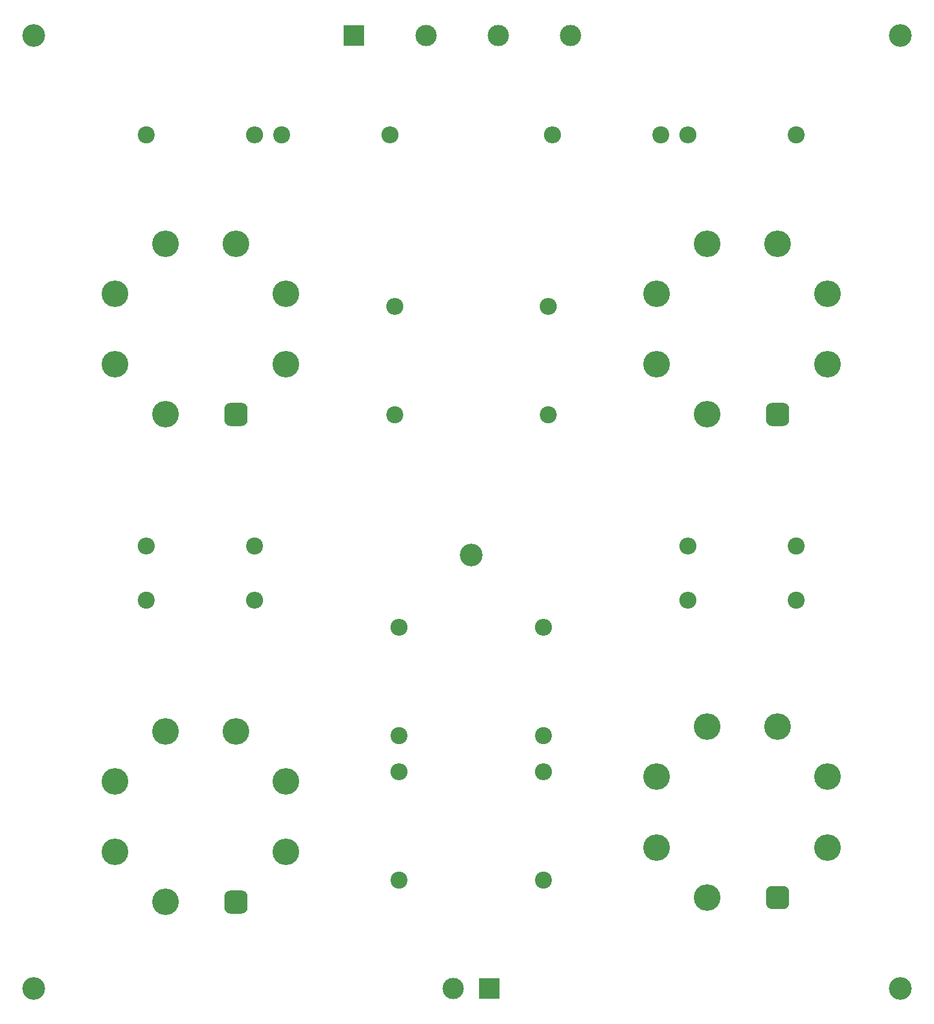
<source format=gbr>
%TF.GenerationSoftware,KiCad,Pcbnew,(5.1.12-1-10_14)*%
%TF.CreationDate,2022-01-04T15:34:02-08:00*%
%TF.ProjectId,pass-tube-array,70617373-2d74-4756-9265-2d6172726179,0.1*%
%TF.SameCoordinates,Original*%
%TF.FileFunction,Soldermask,Bot*%
%TF.FilePolarity,Negative*%
%FSLAX46Y46*%
G04 Gerber Fmt 4.6, Leading zero omitted, Abs format (unit mm)*
G04 Created by KiCad (PCBNEW (5.1.12-1-10_14)) date 2022-01-04 15:34:02*
%MOMM*%
%LPD*%
G01*
G04 APERTURE LIST*
%ADD10C,3.200000*%
%ADD11O,2.400000X2.400000*%
%ADD12C,2.400000*%
%ADD13O,3.750000X3.750000*%
%ADD14R,3.000000X3.000000*%
%ADD15C,3.000000*%
G04 APERTURE END LIST*
D10*
%TO.C,REF\u002A\u002A*%
X294005000Y-206375000D03*
%TD*%
%TO.C,REF\u002A\u002A*%
X172085000Y-206375000D03*
%TD*%
%TO.C,REF\u002A\u002A*%
X172085000Y-72390000D03*
%TD*%
%TO.C,REF\u002A\u002A*%
X294005000Y-72390000D03*
%TD*%
D11*
%TO.C,R11*%
X223520000Y-155575000D03*
D12*
X223520000Y-170815000D03*
%TD*%
D13*
%TO.C,U1*%
X190605116Y-125675433D03*
X183569567Y-118639884D03*
X183569567Y-108690116D03*
X190605116Y-101654567D03*
X200554884Y-101654567D03*
X207590433Y-108690116D03*
X207590433Y-118639884D03*
G36*
G01*
X198929884Y-126485433D02*
X198929884Y-124865433D01*
G75*
G02*
X199739884Y-124055433I810000J0D01*
G01*
X201369884Y-124055433D01*
G75*
G02*
X202179884Y-124865433I0J-810000D01*
G01*
X202179884Y-126485433D01*
G75*
G02*
X201369884Y-127295433I-810000J0D01*
G01*
X199739884Y-127295433D01*
G75*
G02*
X198929884Y-126485433I0J810000D01*
G01*
G37*
%TD*%
%TO.C,U2*%
X266805116Y-125675433D03*
X259769567Y-118639884D03*
X259769567Y-108690116D03*
X266805116Y-101654567D03*
X276754884Y-101654567D03*
X283790433Y-108690116D03*
X283790433Y-118639884D03*
G36*
G01*
X275129884Y-126485433D02*
X275129884Y-124865433D01*
G75*
G02*
X275939884Y-124055433I810000J0D01*
G01*
X277569884Y-124055433D01*
G75*
G02*
X278379884Y-124865433I0J-810000D01*
G01*
X278379884Y-126485433D01*
G75*
G02*
X277569884Y-127295433I-810000J0D01*
G01*
X275939884Y-127295433D01*
G75*
G02*
X275129884Y-126485433I0J810000D01*
G01*
G37*
%TD*%
%TO.C,U3*%
X266805116Y-193620433D03*
X259769567Y-186584884D03*
X259769567Y-176635116D03*
X266805116Y-169599567D03*
X276754884Y-169599567D03*
X283790433Y-176635116D03*
X283790433Y-186584884D03*
G36*
G01*
X275129884Y-194430433D02*
X275129884Y-192810433D01*
G75*
G02*
X275939884Y-192000433I810000J0D01*
G01*
X277569884Y-192000433D01*
G75*
G02*
X278379884Y-192810433I0J-810000D01*
G01*
X278379884Y-194430433D01*
G75*
G02*
X277569884Y-195240433I-810000J0D01*
G01*
X275939884Y-195240433D01*
G75*
G02*
X275129884Y-194430433I0J810000D01*
G01*
G37*
%TD*%
%TO.C,U4*%
X190605116Y-194255433D03*
X183569567Y-187219884D03*
X183569567Y-177270116D03*
X190605116Y-170234567D03*
X200554884Y-170234567D03*
X207590433Y-177270116D03*
X207590433Y-187219884D03*
G36*
G01*
X198929884Y-195065433D02*
X198929884Y-193445433D01*
G75*
G02*
X199739884Y-192635433I810000J0D01*
G01*
X201369884Y-192635433D01*
G75*
G02*
X202179884Y-193445433I0J-810000D01*
G01*
X202179884Y-195065433D01*
G75*
G02*
X201369884Y-195875433I-810000J0D01*
G01*
X199739884Y-195875433D01*
G75*
G02*
X198929884Y-195065433I0J810000D01*
G01*
G37*
%TD*%
D10*
%TO.C,REF\u002A\u002A*%
X233680000Y-145415000D03*
%TD*%
D14*
%TO.C,J1*%
X217170000Y-72390000D03*
D15*
X227330000Y-72390000D03*
X237490000Y-72390000D03*
X247650000Y-72390000D03*
%TD*%
D14*
%TO.C,J2*%
X236220000Y-206375000D03*
D15*
X231140000Y-206375000D03*
%TD*%
D12*
%TO.C,R1*%
X187960000Y-86360000D03*
D11*
X203200000Y-86360000D03*
%TD*%
D12*
%TO.C,R2*%
X222885000Y-125730000D03*
D11*
X222885000Y-110490000D03*
%TD*%
D12*
%TO.C,R3*%
X207010000Y-86360000D03*
D11*
X222250000Y-86360000D03*
%TD*%
%TO.C,R4*%
X245110000Y-86360000D03*
D12*
X260350000Y-86360000D03*
%TD*%
D11*
%TO.C,R5*%
X244475000Y-110490000D03*
D12*
X244475000Y-125730000D03*
%TD*%
D11*
%TO.C,R6*%
X264160000Y-86360000D03*
D12*
X279400000Y-86360000D03*
%TD*%
%TO.C,R7*%
X279400000Y-151765000D03*
D11*
X264160000Y-151765000D03*
%TD*%
D12*
%TO.C,R8*%
X243840000Y-170815000D03*
D11*
X243840000Y-155575000D03*
%TD*%
D12*
%TO.C,R9*%
X279400000Y-144145000D03*
D11*
X264160000Y-144145000D03*
%TD*%
%TO.C,R10*%
X203200000Y-151765000D03*
D12*
X187960000Y-151765000D03*
%TD*%
D11*
%TO.C,R12*%
X187960000Y-144145000D03*
D12*
X203200000Y-144145000D03*
%TD*%
%TO.C,R13*%
X223520000Y-191135000D03*
D11*
X223520000Y-175895000D03*
%TD*%
%TO.C,R14*%
X243840000Y-175895000D03*
D12*
X243840000Y-191135000D03*
%TD*%
M02*

</source>
